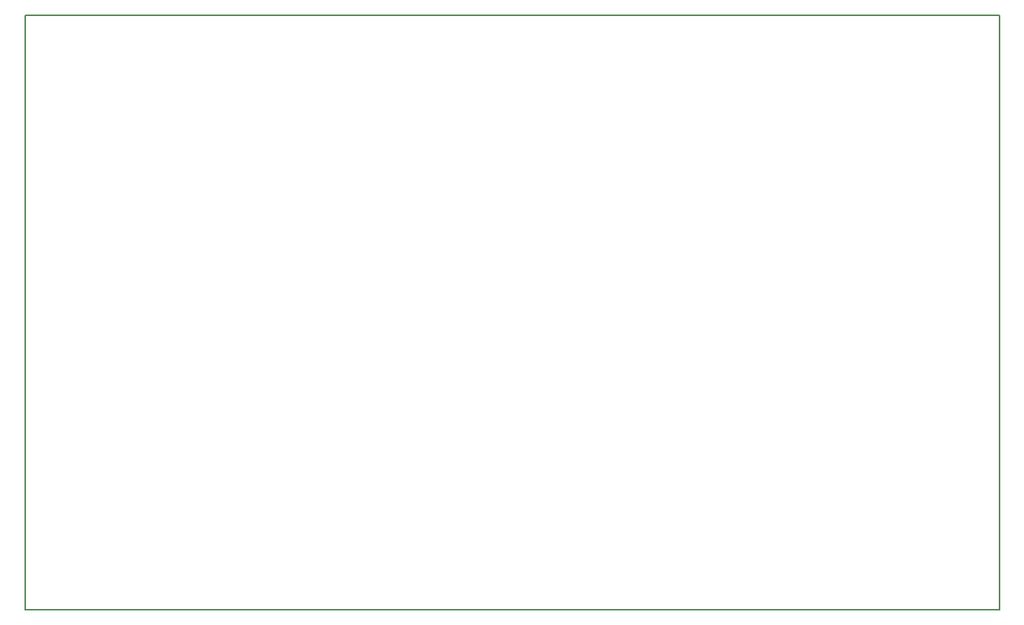
<source format=gbr>
%TF.GenerationSoftware,KiCad,Pcbnew,(5.1.8)-1*%
%TF.CreationDate,2021-03-17T23:27:18-07:00*%
%TF.ProjectId,coffee-vivaldi-tx,636f6666-6565-42d7-9669-76616c64692d,rev?*%
%TF.SameCoordinates,Original*%
%TF.FileFunction,Profile,NP*%
%FSLAX46Y46*%
G04 Gerber Fmt 4.6, Leading zero omitted, Abs format (unit mm)*
G04 Created by KiCad (PCBNEW (5.1.8)-1) date 2021-03-17 23:27:18*
%MOMM*%
%LPD*%
G01*
G04 APERTURE LIST*
%TA.AperFunction,Profile*%
%ADD10C,0.150000*%
%TD*%
G04 APERTURE END LIST*
D10*
X213360000Y-129286000D02*
X105410000Y-129286000D01*
X213360000Y-63476000D02*
X213360000Y-129286000D01*
X105410000Y-63476000D02*
X213360000Y-63476000D01*
X105410000Y-63476000D02*
X105410000Y-129286000D01*
M02*

</source>
